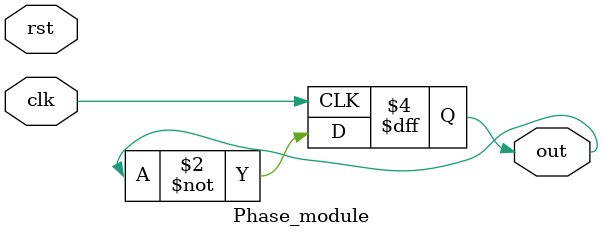
<source format=v>
module Phase_module (input clk,rst, output out); 

reg out = 0;      

always @ (posedge clk)
  begin
    out <= ~out;      
  end

endmodule

</source>
